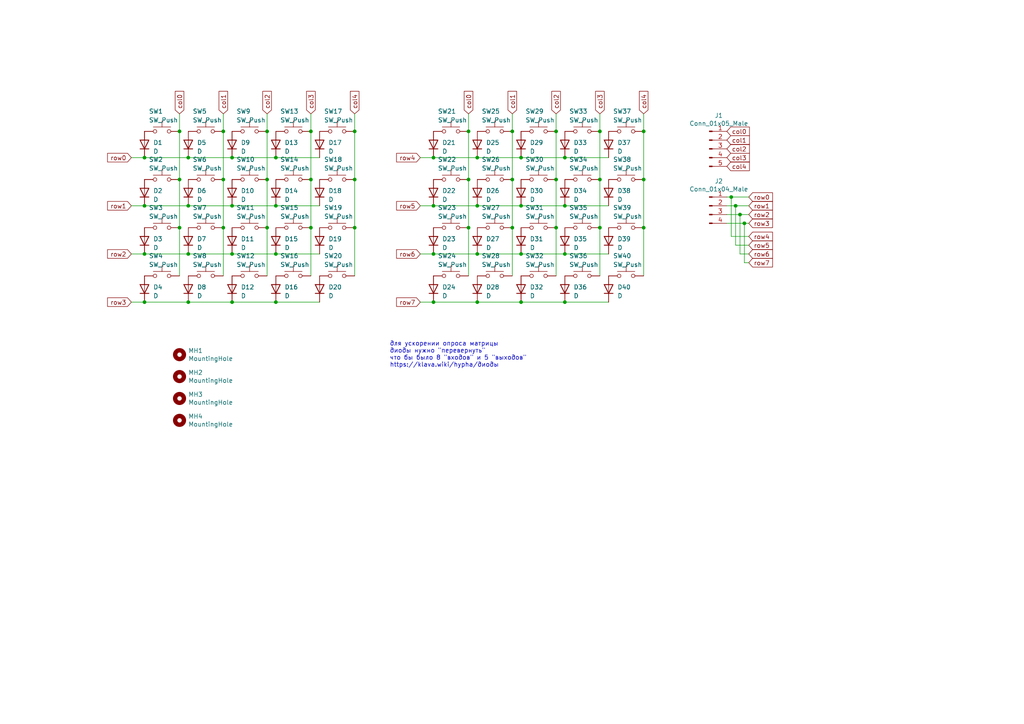
<source format=kicad_sch>
(kicad_sch (version 20211123) (generator eeschema)
  (paper "A4")
  (lib_symbols
    (symbol "Connector:Conn_01x04_Male" (pin_names (offset 1.016) hide)
      (property "Reference" "J" (at 0 5.08 0))
      (property "Value" "Conn_01x04_Male" (at 0 -7.62 0))
      (symbol "Conn_01x04_Male_1_1"
        (polyline (pts (xy 1.27 -5.08) (xy 0.8636 -5.08)) (stroke (width 0.1524)))
        (polyline (pts (xy 1.27 -2.54) (xy 0.8636 -2.54)) (stroke (width 0.1524)))
        (polyline (pts (xy 1.27 0) (xy 0.8636 0)) (stroke (width 0.1524)))
        (polyline (pts (xy 1.27 2.54) (xy 0.8636 2.54)) (stroke (width 0.1524)))
        (rectangle (start 0.8636 -4.953) (end 0 -5.207) (stroke (width 0.1524)) (fill (type outline)))
        (rectangle (start 0.8636 -2.413) (end 0 -2.667) (stroke (width 0.1524)) (fill (type outline)))
        (rectangle (start 0.8636 0.127) (end 0 -0.127) (stroke (width 0.1524)) (fill (type outline)))
        (rectangle (start 0.8636 2.667) (end 0 2.413) (stroke (width 0.1524)) (fill (type outline)))
        (pin passive line (at 5.08 2.54 180) (length 3.81) (name "Pin_1") (number "1"))
        (pin passive line (at 5.08 0 180) (length 3.81) (name "Pin_2") (number "2"))
        (pin passive line (at 5.08 -2.54 180) (length 3.81) (name "Pin_3") (number "3"))
        (pin passive line (at 5.08 -5.08 180) (length 3.81) (name "Pin_4") (number "4"))
      )
    )
    (symbol "Connector:Conn_01x05_Male" (pin_names (offset 1.016) hide)
      (property "Reference" "J" (at 0 7.62 0))
      (property "Value" "Conn_01x05_Male" (at 0 -7.62 0))
      (symbol "Conn_01x05_Male_1_1"
        (polyline (pts (xy 1.27 -5.08) (xy 0.8636 -5.08)) (stroke (width 0.1524)))
        (polyline (pts (xy 1.27 -2.54) (xy 0.8636 -2.54)) (stroke (width 0.1524)))
        (polyline (pts (xy 1.27 0) (xy 0.8636 0)) (stroke (width 0.1524)))
        (polyline (pts (xy 1.27 2.54) (xy 0.8636 2.54)) (stroke (width 0.1524)))
        (polyline (pts (xy 1.27 5.08) (xy 0.8636 5.08)) (stroke (width 0.1524)))
        (rectangle (start 0.8636 -4.953) (end 0 -5.207) (stroke (width 0.1524)) (fill (type outline)))
        (rectangle (start 0.8636 -2.413) (end 0 -2.667) (stroke (width 0.1524)) (fill (type outline)))
        (rectangle (start 0.8636 0.127) (end 0 -0.127) (stroke (width 0.1524)) (fill (type outline)))
        (rectangle (start 0.8636 2.667) (end 0 2.413) (stroke (width 0.1524)) (fill (type outline)))
        (rectangle (start 0.8636 5.207) (end 0 4.953) (stroke (width 0.1524)) (fill (type outline)))
        (pin passive line (at 5.08 5.08 180) (length 3.81) (name "Pin_1") (number "1"))
        (pin passive line (at 5.08 2.54 180) (length 3.81) (name "Pin_2") (number "2"))
        (pin passive line (at 5.08 0 180) (length 3.81) (name "Pin_3") (number "3"))
        (pin passive line (at 5.08 -2.54 180) (length 3.81) (name "Pin_4") (number "4"))
        (pin passive line (at 5.08 -5.08 180) (length 3.81) (name "Pin_5") (number "5"))
      )
    )
    (symbol "Device:D" (pin_numbers hide) (pin_names (offset 1.016) hide)
      (property "Reference" "D" (at 0 2.54 0))
      (property "Value" "D" (at 0 -2.54 0))
      (symbol "D_0_1"
        (polyline (pts (xy -1.27 1.27) (xy -1.27 -1.27)) (stroke (width 0.254)))
        (polyline (pts (xy 1.27 0) (xy -1.27 0)))
        (polyline (pts (xy 1.27 1.27) (xy 1.27 -1.27) (xy -1.27 0) (xy 1.27 1.27)) (stroke (width 0.254)))
      )
      (symbol "D_1_1"
        (pin passive line (at -3.81 0 0) (length 2.54) (name "K") (number "1"))
        (pin passive line (at 3.81 0 180) (length 2.54) (name "A") (number "2"))
      )
    )
    (symbol "Mechanical:MountingHole" (pin_names (offset 1.016))
      (property "Reference" "H" (at 0 5.08 0))
      (property "Value" "MountingHole" (at 0 3.175 0))
      (symbol "MountingHole_0_1"
        (circle (center 0 0) (radius 1.27) (stroke (width 1.27)))
      )
    )
    (symbol "Switch:SW_Push" (pin_numbers hide) (pin_names (offset 1.016) hide)
      (property "Reference" "SW" (at 1.27 2.54 0))
      (property "Value" "SW_Push" (at 0 -1.524 0))
      (symbol "SW_Push_0_1"
        (circle (center -2.032 0) (radius 0.508))
        (polyline (pts (xy 0 1.27) (xy 0 3.048)))
        (polyline (pts (xy 2.54 1.27) (xy -2.54 1.27)))
        (circle (center 2.032 0) (radius 0.508))
        (pin passive line (at -5.08 0 0) (length 2.54) (name "1") (number "1"))
        (pin passive line (at 5.08 0 180) (length 2.54) (name "2") (number "2"))
      )
    )
  )
  (junction (at 151.13 73.66))
  (junction (at 161.29 38.1))
  (junction (at 138.43 87.63))
  (junction (at 102.87 38.1))
  (junction (at 135.89 38.1))
  (junction (at 64.77 66.04))
  (junction (at 138.43 45.72))
  (junction (at 213.36 59.69))
  (junction (at 125.73 59.69))
  (junction (at 151.13 59.69))
  (junction (at 125.73 87.63))
  (junction (at 54.61 59.69))
  (junction (at 125.73 73.66))
  (junction (at 90.17 52.07))
  (junction (at 67.31 73.66))
  (junction (at 52.07 52.07))
  (junction (at 41.91 59.69))
  (junction (at 67.31 87.63))
  (junction (at 64.77 38.1))
  (junction (at 80.01 87.63))
  (junction (at 77.47 38.1))
  (junction (at 80.01 45.72))
  (junction (at 41.91 87.63))
  (junction (at 138.43 59.69))
  (junction (at 173.99 66.04))
  (junction (at 161.29 66.04))
  (junction (at 54.61 87.63))
  (junction (at 77.47 52.07))
  (junction (at 173.99 52.07))
  (junction (at 54.61 45.72))
  (junction (at 135.89 66.04))
  (junction (at 77.47 66.04))
  (junction (at 67.31 45.72))
  (junction (at 151.13 87.63))
  (junction (at 52.07 66.04))
  (junction (at 186.69 52.07))
  (junction (at 151.13 45.72))
  (junction (at 186.69 66.04))
  (junction (at 64.77 52.07))
  (junction (at 41.91 73.66))
  (junction (at 102.87 66.04))
  (junction (at 161.29 52.07))
  (junction (at 148.59 66.04))
  (junction (at 90.17 38.1))
  (junction (at 163.83 59.69))
  (junction (at 215.9 64.77))
  (junction (at 148.59 38.1))
  (junction (at 54.61 73.66))
  (junction (at 163.83 73.66))
  (junction (at 80.01 73.66))
  (junction (at 52.07 38.1))
  (junction (at 80.01 59.69))
  (junction (at 186.69 38.1))
  (junction (at 214.63 62.23))
  (junction (at 163.83 87.63))
  (junction (at 102.87 52.07))
  (junction (at 41.91 45.72))
  (junction (at 148.59 52.07))
  (junction (at 135.89 52.07))
  (junction (at 125.73 45.72))
  (junction (at 212.09 57.15))
  (junction (at 90.17 66.04))
  (junction (at 173.99 38.1))
  (junction (at 67.31 59.69))
  (junction (at 163.83 45.72))
  (junction (at 138.43 73.66))
  (wire (pts (xy 67.31 59.69) (xy 80.01 59.69)))
  (wire (pts (xy 173.99 80.01) (xy 173.99 66.04)))
  (wire (pts (xy 215.9 64.77) (xy 215.9 76.2)))
  (wire (pts (xy 210.82 64.77) (xy 215.9 64.77)))
  (wire (pts (xy 41.91 87.63) (xy 54.61 87.63)))
  (wire (pts (xy 102.87 80.01) (xy 102.87 66.04)))
  (wire (pts (xy 214.63 73.66) (xy 217.17 73.66)))
  (wire (pts (xy 38.1 45.72) (xy 41.91 45.72)))
  (wire (pts (xy 80.01 45.72) (xy 92.71 45.72)))
  (wire (pts (xy 125.73 59.69) (xy 138.43 59.69)))
  (wire (pts (xy 102.87 33.02) (xy 102.87 38.1)))
  (wire (pts (xy 138.43 87.63) (xy 151.13 87.63)))
  (wire (pts (xy 135.89 38.1) (xy 135.89 52.07)))
  (wire (pts (xy 138.43 45.72) (xy 151.13 45.72)))
  (wire (pts (xy 77.47 38.1) (xy 77.47 33.02)))
  (wire (pts (xy 64.77 38.1) (xy 64.77 52.07)))
  (wire (pts (xy 67.31 87.63) (xy 80.01 87.63)))
  (wire (pts (xy 215.9 76.2) (xy 217.17 76.2)))
  (wire (pts (xy 80.01 87.63) (xy 92.71 87.63)))
  (wire (pts (xy 161.29 38.1) (xy 161.29 52.07)))
  (wire (pts (xy 210.82 59.69) (xy 213.36 59.69)))
  (wire (pts (xy 90.17 80.01) (xy 90.17 66.04)))
  (wire (pts (xy 54.61 45.72) (xy 67.31 45.72)))
  (wire (pts (xy 173.99 38.1) (xy 173.99 52.07)))
  (wire (pts (xy 151.13 45.72) (xy 163.83 45.72)))
  (wire (pts (xy 121.92 87.63) (xy 125.73 87.63)))
  (wire (pts (xy 186.69 80.01) (xy 186.69 66.04)))
  (wire (pts (xy 102.87 66.04) (xy 102.87 52.07)))
  (wire (pts (xy 125.73 87.63) (xy 138.43 87.63)))
  (wire (pts (xy 214.63 62.23) (xy 214.63 73.66)))
  (wire (pts (xy 215.9 64.77) (xy 217.17 64.77)))
  (wire (pts (xy 90.17 38.1) (xy 90.17 52.07)))
  (wire (pts (xy 67.31 45.72) (xy 80.01 45.72)))
  (wire (pts (xy 135.89 33.02) (xy 135.89 38.1)))
  (wire (pts (xy 67.31 73.66) (xy 80.01 73.66)))
  (wire (pts (xy 54.61 73.66) (xy 67.31 73.66)))
  (wire (pts (xy 52.07 52.07) (xy 52.07 66.04)))
  (wire (pts (xy 121.92 45.72) (xy 125.73 45.72)))
  (wire (pts (xy 41.91 45.72) (xy 54.61 45.72)))
  (wire (pts (xy 77.47 66.04) (xy 77.47 52.07)))
  (wire (pts (xy 138.43 59.69) (xy 151.13 59.69)))
  (wire (pts (xy 77.47 80.01) (xy 77.47 66.04)))
  (wire (pts (xy 148.59 52.07) (xy 148.59 66.04)))
  (wire (pts (xy 163.83 59.69) (xy 176.53 59.69)))
  (wire (pts (xy 173.99 52.07) (xy 173.99 66.04)))
  (wire (pts (xy 213.36 71.12) (xy 217.17 71.12)))
  (wire (pts (xy 213.36 59.69) (xy 217.17 59.69)))
  (wire (pts (xy 125.73 73.66) (xy 138.43 73.66)))
  (wire (pts (xy 52.07 33.02) (xy 52.07 38.1)))
  (wire (pts (xy 121.92 73.66) (xy 125.73 73.66)))
  (wire (pts (xy 121.92 59.69) (xy 125.73 59.69)))
  (wire (pts (xy 80.01 73.66) (xy 92.71 73.66)))
  (wire (pts (xy 210.82 62.23) (xy 214.63 62.23)))
  (wire (pts (xy 77.47 38.1) (xy 77.47 52.07)))
  (wire (pts (xy 64.77 66.04) (xy 64.77 80.01)))
  (wire (pts (xy 90.17 33.02) (xy 90.17 38.1)))
  (wire (pts (xy 148.59 38.1) (xy 148.59 52.07)))
  (wire (pts (xy 135.89 52.07) (xy 135.89 66.04)))
  (wire (pts (xy 80.01 59.69) (xy 92.71 59.69)))
  (wire (pts (xy 212.09 57.15) (xy 217.17 57.15)))
  (wire (pts (xy 90.17 52.07) (xy 90.17 66.04)))
  (wire (pts (xy 41.91 73.66) (xy 54.61 73.66)))
  (wire (pts (xy 38.1 59.69) (xy 41.91 59.69)))
  (wire (pts (xy 161.29 38.1) (xy 161.29 33.02)))
  (wire (pts (xy 212.09 68.58) (xy 217.17 68.58)))
  (wire (pts (xy 52.07 66.04) (xy 52.07 80.01)))
  (wire (pts (xy 212.09 57.15) (xy 212.09 68.58)))
  (wire (pts (xy 161.29 66.04) (xy 161.29 52.07)))
  (wire (pts (xy 151.13 73.66) (xy 163.83 73.66)))
  (wire (pts (xy 214.63 62.23) (xy 217.17 62.23)))
  (wire (pts (xy 64.77 52.07) (xy 64.77 66.04)))
  (wire (pts (xy 163.83 73.66) (xy 176.53 73.66)))
  (wire (pts (xy 64.77 33.02) (xy 64.77 38.1)))
  (wire (pts (xy 54.61 87.63) (xy 67.31 87.63)))
  (wire (pts (xy 186.69 66.04) (xy 186.69 52.07)))
  (wire (pts (xy 138.43 73.66) (xy 151.13 73.66)))
  (wire (pts (xy 41.91 59.69) (xy 54.61 59.69)))
  (wire (pts (xy 173.99 33.02) (xy 173.99 38.1)))
  (wire (pts (xy 52.07 38.1) (xy 52.07 52.07)))
  (wire (pts (xy 210.82 57.15) (xy 212.09 57.15)))
  (wire (pts (xy 148.59 33.02) (xy 148.59 38.1)))
  (wire (pts (xy 38.1 87.63) (xy 41.91 87.63)))
  (wire (pts (xy 151.13 87.63) (xy 163.83 87.63)))
  (wire (pts (xy 135.89 66.04) (xy 135.89 80.01)))
  (wire (pts (xy 151.13 59.69) (xy 163.83 59.69)))
  (wire (pts (xy 161.29 80.01) (xy 161.29 66.04)))
  (wire (pts (xy 125.73 45.72) (xy 138.43 45.72)))
  (wire (pts (xy 38.1 73.66) (xy 41.91 73.66)))
  (wire (pts (xy 163.83 87.63) (xy 176.53 87.63)))
  (wire (pts (xy 186.69 33.02) (xy 186.69 38.1)))
  (wire (pts (xy 163.83 45.72) (xy 176.53 45.72)))
  (wire (pts (xy 54.61 59.69) (xy 67.31 59.69)))
  (wire (pts (xy 186.69 52.07) (xy 186.69 38.1)))
  (wire (pts (xy 148.59 66.04) (xy 148.59 80.01)))
  (wire (pts (xy 213.36 59.69) (xy 213.36 71.12)))
  (wire (pts (xy 102.87 52.07) (xy 102.87 38.1)))
  (text "для ускорении опроса матрицы\nдиоды нужно \"перевернуть\"\nчто бы было 8 \"входов\" и 5 \"выходов\"\nhttps://klava.wiki/hypha/диоды " (at 113.03 106.68 0) (effects (font (size 1.27 1.27)) (justify left bottom)))
  (global_label "row4" (shape input) (at 217.17 68.58 0) (property "Обозначения листов" "${INTERSHEET_REFS}" (effects hide)))
  (global_label "col2" (shape input) (at 161.29 33.02 90) (property "Обозначения листов" "${INTERSHEET_REFS}" (effects hide)))
  (global_label "col3" (shape input) (at 210.82 45.72 0) (property "Обозначения листов" "${INTERSHEET_REFS}" (effects hide)))
  (global_label "row4" (shape input) (at 121.92 45.72 180) (property "Обозначения листов" "${INTERSHEET_REFS}" (effects hide)))
  (global_label "col2" (shape input) (at 77.47 33.02 90) (property "Обозначения листов" "${INTERSHEET_REFS}" (effects hide)))
  (global_label "row3" (shape input) (at 217.17 64.77 0) (property "Обозначения листов" "${INTERSHEET_REFS}" (effects hide)))
  (global_label "col1" (shape input) (at 210.82 40.64 0) (property "Обозначения листов" "${INTERSHEET_REFS}" (effects hide)))
  (global_label "row5" (shape input) (at 217.17 71.12 0) (property "Обозначения листов" "${INTERSHEET_REFS}" (effects hide)))
  (global_label "col3" (shape input) (at 173.99 33.02 90) (property "Обозначения листов" "${INTERSHEET_REFS}" (effects hide)))
  (global_label "col0" (shape input) (at 135.89 33.02 90) (property "Обозначения листов" "${INTERSHEET_REFS}" (effects hide)))
  (global_label "col1" (shape input) (at 148.59 33.02 90) (property "Обозначения листов" "${INTERSHEET_REFS}" (effects hide)))
  (global_label "row0" (shape input) (at 217.17 57.15 0) (property "Обозначения листов" "${INTERSHEET_REFS}" (effects hide)))
  (global_label "col2" (shape input) (at 210.82 43.18 0) (property "Обозначения листов" "${INTERSHEET_REFS}" (effects hide)))
  (global_label "row2" (shape input) (at 38.1 73.66 180) (property "Обозначения листов" "${INTERSHEET_REFS}" (effects hide)))
  (global_label "row0" (shape input) (at 38.1 45.72 180) (property "Обозначения листов" "${INTERSHEET_REFS}" (effects hide)))
  (global_label "col1" (shape input) (at 64.77 33.02 90) (property "Обозначения листов" "${INTERSHEET_REFS}" (effects hide)))
  (global_label "row5" (shape input) (at 121.92 59.69 180) (property "Обозначения листов" "${INTERSHEET_REFS}" (effects hide)))
  (global_label "row1" (shape input) (at 38.1 59.69 180) (property "Обозначения листов" "${INTERSHEET_REFS}" (effects hide)))
  (global_label "col4" (shape input) (at 186.69 33.02 90) (property "Обозначения листов" "${INTERSHEET_REFS}" (effects hide)))
  (global_label "row2" (shape input) (at 217.17 62.23 0) (property "Обозначения листов" "${INTERSHEET_REFS}" (effects hide)))
  (global_label "col4" (shape input) (at 102.87 33.02 90) (property "Обозначения листов" "${INTERSHEET_REFS}" (effects hide)))
  (global_label "col4" (shape input) (at 210.82 48.26 0) (property "Обозначения листов" "${INTERSHEET_REFS}" (effects hide)))
  (global_label "row7" (shape input) (at 121.92 87.63 180) (property "Обозначения листов" "${INTERSHEET_REFS}" (effects hide)))
  (global_label "col0" (shape input) (at 210.82 38.1 0) (property "Обозначения листов" "${INTERSHEET_REFS}" (effects hide)))
  (global_label "row3" (shape input) (at 38.1 87.63 180) (property "Обозначения листов" "${INTERSHEET_REFS}" (effects hide)))
  (global_label "col3" (shape input) (at 90.17 33.02 90) (property "Обозначения листов" "${INTERSHEET_REFS}" (effects hide)))
  (global_label "row1" (shape input) (at 217.17 59.69 0) (property "Обозначения листов" "${INTERSHEET_REFS}" (effects hide)))
  (global_label "row6" (shape input) (at 121.92 73.66 180) (property "Обозначения листов" "${INTERSHEET_REFS}" (effects hide)))
  (global_label "row7" (shape input) (at 217.17 76.2 0) (property "Обозначения листов" "${INTERSHEET_REFS}" (effects hide)))
  (global_label "col0" (shape input) (at 52.07 33.02 90) (property "Обозначения листов" "${INTERSHEET_REFS}" (effects hide)))
  (global_label "row6" (shape input) (at 217.17 73.66 0) (property "Обозначения листов" "${INTERSHEET_REFS}" (effects hide)))
  (symbol (lib_id "Switch:SW_Push") (at 46.99 38.1 0) (unit 1)
    (property "Reference" "SW1" (at 43.18 33.02 0) (effects (justify left bottom)))
    (property "Value" "SW_Push" (at 43.18 35.56 0) (effects (justify left bottom)))
    (property "Footprint" "keyswitches:Kailh_socket_MX" (effects hide))
  )
  (symbol (lib_id "Device:D") (at 41.91 41.91 90) (unit 1)
    (property "Reference" "D1" (at 44.45 40.64 90) (effects (justify right bottom)))
    (property "Value" "D" (at 44.45 43.18 90) (effects (justify right bottom)))
    (property "Footprint" "Diode_SMD:D_SOD-123" (effects hide))
  )
  (symbol (lib_id "Switch:SW_Push") (at 59.69 38.1 0) (unit 1)
    (property "Reference" "SW5" (at 55.88 33.02 0) (effects (justify left bottom)))
    (property "Value" "SW_Push" (at 55.88 35.56 0) (effects (justify left bottom)))
    (property "Footprint" "keyswitches:Kailh_socket_MX" (effects hide))
  )
  (symbol (lib_id "Device:D") (at 54.61 41.91 90) (unit 1)
    (property "Reference" "D5" (at 57.15 40.64 90) (effects (justify right bottom)))
    (property "Value" "D" (at 57.15 43.18 90) (effects (justify right bottom)))
    (property "Footprint" "Diode_SMD:D_SOD-123" (effects hide))
  )
  (symbol (lib_id "Switch:SW_Push") (at 46.99 52.07 0) (unit 1)
    (property "Reference" "SW2" (at 43.18 46.99 0) (effects (justify left bottom)))
    (property "Value" "SW_Push" (at 43.18 49.53 0) (effects (justify left bottom)))
    (property "Footprint" "keyswitches:Kailh_socket_MX" (effects hide))
  )
  (symbol (lib_id "Device:D") (at 41.91 55.88 90) (unit 1)
    (property "Reference" "D2" (at 44.45 54.61 90) (effects (justify right bottom)))
    (property "Value" "D" (at 44.45 57.15 90) (effects (justify right bottom)))
    (property "Footprint" "Diode_SMD:D_SOD-123" (effects hide))
  )
  (symbol (lib_id "Switch:SW_Push") (at 59.69 52.07 0) (unit 1)
    (property "Reference" "SW6" (at 55.88 46.99 0) (effects (justify left bottom)))
    (property "Value" "SW_Push" (at 55.88 49.53 0) (effects (justify left bottom)))
    (property "Footprint" "keyswitches:Kailh_socket_MX" (effects hide))
  )
  (symbol (lib_id "Device:D") (at 54.61 55.88 90) (unit 1)
    (property "Reference" "D6" (at 57.15 54.61 90) (effects (justify right bottom)))
    (property "Value" "D" (at 57.15 57.15 90) (effects (justify right bottom)))
    (property "Footprint" "Diode_SMD:D_SOD-123" (effects hide))
  )
  (symbol (lib_id "Switch:SW_Push") (at 72.39 38.1 0) (unit 1)
    (property "Reference" "SW9" (at 68.58 33.02 0) (effects (justify left bottom)))
    (property "Value" "SW_Push" (at 68.58 35.56 0) (effects (justify left bottom)))
    (property "Footprint" "keyswitches:Kailh_socket_MX" (effects hide))
  )
  (symbol (lib_id "Device:D") (at 67.31 41.91 90) (unit 1)
    (property "Reference" "D9" (at 69.85 40.64 90) (effects (justify right bottom)))
    (property "Value" "D" (at 69.85 43.18 90) (effects (justify right bottom)))
    (property "Footprint" "Diode_SMD:D_SOD-123" (effects hide))
  )
  (symbol (lib_id "Switch:SW_Push") (at 85.09 38.1 0) (unit 1)
    (property "Reference" "SW13" (at 81.28 33.02 0) (effects (justify left bottom)))
    (property "Value" "SW_Push" (at 81.28 35.56 0) (effects (justify left bottom)))
    (property "Footprint" "keyswitches:Kailh_socket_MX" (effects hide))
  )
  (symbol (lib_id "Device:D") (at 80.01 41.91 90) (unit 1)
    (property "Reference" "D13" (at 82.55 40.64 90) (effects (justify right bottom)))
    (property "Value" "D" (at 82.55 43.18 90) (effects (justify right bottom)))
    (property "Footprint" "Diode_SMD:D_SOD-123" (effects hide))
  )
  (symbol (lib_id "Switch:SW_Push") (at 72.39 52.07 0) (unit 1)
    (property "Reference" "SW10" (at 68.58 46.99 0) (effects (justify left bottom)))
    (property "Value" "SW_Push" (at 68.58 49.53 0) (effects (justify left bottom)))
    (property "Footprint" "keyswitches:Kailh_socket_MX" (effects hide))
  )
  (symbol (lib_id "Device:D") (at 67.31 55.88 90) (unit 1)
    (property "Reference" "D10" (at 69.85 54.61 90) (effects (justify right bottom)))
    (property "Value" "D" (at 69.85 57.15 90) (effects (justify right bottom)))
    (property "Footprint" "Diode_SMD:D_SOD-123" (effects hide))
  )
  (symbol (lib_id "Switch:SW_Push") (at 85.09 52.07 0) (unit 1)
    (property "Reference" "SW14" (at 81.28 46.99 0) (effects (justify left bottom)))
    (property "Value" "SW_Push" (at 81.28 49.53 0) (effects (justify left bottom)))
    (property "Footprint" "keyswitches:Kailh_socket_MX" (effects hide))
  )
  (symbol (lib_id "Device:D") (at 80.01 55.88 90) (unit 1)
    (property "Reference" "D14" (at 82.55 54.61 90) (effects (justify right bottom)))
    (property "Value" "D" (at 82.55 57.15 90) (effects (justify right bottom)))
    (property "Footprint" "Diode_SMD:D_SOD-123" (effects hide))
  )
  (symbol (lib_id "Switch:SW_Push") (at 97.79 38.1 0) (unit 1)
    (property "Reference" "SW17" (at 93.98 33.02 0) (effects (justify left bottom)))
    (property "Value" "SW_Push" (at 93.98 35.56 0) (effects (justify left bottom)))
    (property "Footprint" "keyswitches:Kailh_socket_MX" (effects hide))
  )
  (symbol (lib_id "Device:D") (at 92.71 41.91 90) (unit 1)
    (property "Reference" "D17" (at 95.25 40.64 90) (effects (justify right bottom)))
    (property "Value" "D" (at 95.25 43.18 90) (effects (justify right bottom)))
    (property "Footprint" "Diode_SMD:D_SOD-123" (effects hide))
  )
  (symbol (lib_id "Switch:SW_Push") (at 97.79 52.07 0) (unit 1)
    (property "Reference" "SW18" (at 93.98 46.99 0) (effects (justify left bottom)))
    (property "Value" "SW_Push" (at 93.98 49.53 0) (effects (justify left bottom)))
    (property "Footprint" "keyswitches:Kailh_socket_MX" (effects hide))
  )
  (symbol (lib_id "Device:D") (at 92.71 55.88 90) (unit 1)
    (property "Reference" "D18" (at 95.25 54.61 90) (effects (justify right bottom)))
    (property "Value" "D" (at 95.25 57.15 90) (effects (justify right bottom)))
    (property "Footprint" "Diode_SMD:D_SOD-123" (effects hide))
  )
  (symbol (lib_id "Switch:SW_Push") (at 46.99 66.04 0) (unit 1)
    (property "Reference" "SW3" (at 43.18 60.96 0) (effects (justify left bottom)))
    (property "Value" "SW_Push" (at 43.18 63.5 0) (effects (justify left bottom)))
    (property "Footprint" "keyswitches:Kailh_socket_MX" (effects hide))
  )
  (symbol (lib_id "Device:D") (at 41.91 69.85 90) (unit 1)
    (property "Reference" "D3" (at 44.45 68.58 90) (effects (justify right bottom)))
    (property "Value" "D" (at 44.45 71.12 90) (effects (justify right bottom)))
    (property "Footprint" "Diode_SMD:D_SOD-123" (effects hide))
  )
  (symbol (lib_id "Switch:SW_Push") (at 59.69 66.04 0) (unit 1)
    (property "Reference" "SW7" (at 55.88 60.96 0) (effects (justify left bottom)))
    (property "Value" "SW_Push" (at 55.88 63.5 0) (effects (justify left bottom)))
    (property "Footprint" "keyswitches:Kailh_socket_MX" (effects hide))
  )
  (symbol (lib_id "Device:D") (at 54.61 69.85 90) (unit 1)
    (property "Reference" "D7" (at 57.15 68.58 90) (effects (justify right bottom)))
    (property "Value" "D" (at 57.15 71.12 90) (effects (justify right bottom)))
    (property "Footprint" "Diode_SMD:D_SOD-123" (effects hide))
  )
  (symbol (lib_id "Switch:SW_Push") (at 46.99 80.01 0) (unit 1)
    (property "Reference" "SW4" (at 43.18 74.93 0) (effects (justify left bottom)))
    (property "Value" "SW_Push" (at 43.18 77.47 0) (effects (justify left bottom)))
    (property "Footprint" "keyswitches:Kailh_socket_MX" (effects hide))
  )
  (symbol (lib_id "Device:D") (at 41.91 83.82 90) (unit 1)
    (property "Reference" "D4" (at 44.45 82.55 90) (effects (justify right bottom)))
    (property "Value" "D" (at 44.45 85.09 90) (effects (justify right bottom)))
    (property "Footprint" "Diode_SMD:D_SOD-123" (effects hide))
  )
  (symbol (lib_id "Switch:SW_Push") (at 59.69 80.01 0) (unit 1)
    (property "Reference" "SW8" (at 55.88 74.93 0) (effects (justify left bottom)))
    (property "Value" "SW_Push" (at 55.88 77.47 0) (effects (justify left bottom)))
    (property "Footprint" "keyswitches:Kailh_socket_MX" (effects hide))
  )
  (symbol (lib_id "Device:D") (at 54.61 83.82 90) (unit 1)
    (property "Reference" "D8" (at 57.15 82.55 90) (effects (justify right bottom)))
    (property "Value" "D" (at 57.15 85.09 90) (effects (justify right bottom)))
    (property "Footprint" "Diode_SMD:D_SOD-123" (effects hide))
  )
  (symbol (lib_id "Switch:SW_Push") (at 72.39 66.04 0) (unit 1)
    (property "Reference" "SW11" (at 68.58 60.96 0) (effects (justify left bottom)))
    (property "Value" "SW_Push" (at 68.58 63.5 0) (effects (justify left bottom)))
    (property "Footprint" "keyswitches:Kailh_socket_MX" (effects hide))
  )
  (symbol (lib_id "Device:D") (at 67.31 69.85 90) (unit 1)
    (property "Reference" "D11" (at 69.85 68.58 90) (effects (justify right bottom)))
    (property "Value" "D" (at 69.85 71.12 90) (effects (justify right bottom)))
    (property "Footprint" "Diode_SMD:D_SOD-123" (effects hide))
  )
  (symbol (lib_id "Switch:SW_Push") (at 85.09 66.04 0) (unit 1)
    (property "Reference" "SW15" (at 81.28 60.96 0) (effects (justify left bottom)))
    (property "Value" "SW_Push" (at 81.28 63.5 0) (effects (justify left bottom)))
    (property "Footprint" "keyswitches:Kailh_socket_MX" (effects hide))
  )
  (symbol (lib_id "Device:D") (at 80.01 69.85 90) (unit 1)
    (property "Reference" "D15" (at 82.55 68.58 90) (effects (justify right bottom)))
    (property "Value" "D" (at 82.55 71.12 90) (effects (justify right bottom)))
    (property "Footprint" "Diode_SMD:D_SOD-123" (effects hide))
  )
  (symbol (lib_id "Switch:SW_Push") (at 72.39 80.01 0) (unit 1)
    (property "Reference" "SW12" (at 68.58 74.93 0) (effects (justify left bottom)))
    (property "Value" "SW_Push" (at 68.58 77.47 0) (effects (justify left bottom)))
    (property "Footprint" "keyswitches:Kailh_socket_MX" (effects hide))
  )
  (symbol (lib_id "Device:D") (at 67.31 83.82 90) (unit 1)
    (property "Reference" "D12" (at 69.85 82.55 90) (effects (justify right bottom)))
    (property "Value" "D" (at 69.85 85.09 90) (effects (justify right bottom)))
    (property "Footprint" "Diode_SMD:D_SOD-123" (effects hide))
  )
  (symbol (lib_id "Switch:SW_Push") (at 85.09 80.01 0) (unit 1)
    (property "Reference" "SW16" (at 81.28 74.93 0) (effects (justify left bottom)))
    (property "Value" "SW_Push" (at 81.28 77.47 0) (effects (justify left bottom)))
    (property "Footprint" "keyswitches:Kailh_socket_MX" (effects hide))
  )
  (symbol (lib_id "Device:D") (at 80.01 83.82 90) (unit 1)
    (property "Reference" "D16" (at 82.55 82.55 90) (effects (justify right bottom)))
    (property "Value" "D" (at 82.55 85.09 90) (effects (justify right bottom)))
    (property "Footprint" "Diode_SMD:D_SOD-123" (effects hide))
  )
  (symbol (lib_id "Switch:SW_Push") (at 97.79 66.04 0) (unit 1)
    (property "Reference" "SW19" (at 93.98 60.96 0) (effects (justify left bottom)))
    (property "Value" "SW_Push" (at 93.98 63.5 0) (effects (justify left bottom)))
    (property "Footprint" "keyswitches:Kailh_socket_MX" (effects hide))
  )
  (symbol (lib_id "Device:D") (at 92.71 69.85 90) (unit 1)
    (property "Reference" "D19" (at 95.25 68.58 90) (effects (justify right bottom)))
    (property "Value" "D" (at 95.25 71.12 90) (effects (justify right bottom)))
    (property "Footprint" "Diode_SMD:D_SOD-123" (effects hide))
  )
  (symbol (lib_id "Switch:SW_Push") (at 97.79 80.01 0) (unit 1)
    (property "Reference" "SW20" (at 93.98 74.93 0) (effects (justify left bottom)))
    (property "Value" "SW_Push" (at 93.98 77.47 0) (effects (justify left bottom)))
    (property "Footprint" "keyswitches:Kailh_socket_MX" (effects hide))
  )
  (symbol (lib_id "Device:D") (at 92.71 83.82 90) (unit 1)
    (property "Reference" "D20" (at 95.25 82.55 90) (effects (justify right bottom)))
    (property "Value" "D" (at 95.25 85.09 90) (effects (justify right bottom)))
    (property "Footprint" "Diode_SMD:D_SOD-123" (effects hide))
  )
  (symbol (lib_id "Switch:SW_Push") (at 130.81 38.1 0) (unit 1)
    (property "Reference" "SW21" (at 127 33.02 0) (effects (justify left bottom)))
    (property "Value" "SW_Push" (at 127 35.56 0) (effects (justify left bottom)))
    (property "Footprint" "keyswitches:Kailh_socket_MX" (effects hide))
  )
  (symbol (lib_id "Device:D") (at 125.73 41.91 90) (unit 1)
    (property "Reference" "D21" (at 128.27 40.64 90) (effects (justify right bottom)))
    (property "Value" "D" (at 128.27 43.18 90) (effects (justify right bottom)))
    (property "Footprint" "Diode_SMD:D_SOD-123" (effects hide))
  )
  (symbol (lib_id "Switch:SW_Push") (at 143.51 38.1 0) (unit 1)
    (property "Reference" "SW25" (at 139.7 33.02 0) (effects (justify left bottom)))
    (property "Value" "SW_Push" (at 139.7 35.56 0) (effects (justify left bottom)))
    (property "Footprint" "keyswitches:Kailh_socket_MX" (effects hide))
  )
  (symbol (lib_id "Device:D") (at 138.43 41.91 90) (unit 1)
    (property "Reference" "D25" (at 140.97 40.64 90) (effects (justify right bottom)))
    (property "Value" "D" (at 140.97 43.18 90) (effects (justify right bottom)))
    (property "Footprint" "Diode_SMD:D_SOD-123" (effects hide))
  )
  (symbol (lib_id "Switch:SW_Push") (at 130.81 52.07 0) (unit 1)
    (property "Reference" "SW22" (at 127 46.99 0) (effects (justify left bottom)))
    (property "Value" "SW_Push" (at 127 49.53 0) (effects (justify left bottom)))
    (property "Footprint" "keyswitches:Kailh_socket_MX" (effects hide))
  )
  (symbol (lib_id "Device:D") (at 125.73 55.88 90) (unit 1)
    (property "Reference" "D22" (at 128.27 54.61 90) (effects (justify right bottom)))
    (property "Value" "D" (at 128.27 57.15 90) (effects (justify right bottom)))
    (property "Footprint" "Diode_SMD:D_SOD-123" (effects hide))
  )
  (symbol (lib_id "Switch:SW_Push") (at 143.51 52.07 0) (unit 1)
    (property "Reference" "SW26" (at 139.7 46.99 0) (effects (justify left bottom)))
    (property "Value" "SW_Push" (at 139.7 49.53 0) (effects (justify left bottom)))
    (property "Footprint" "keyswitches:Kailh_socket_MX" (effects hide))
  )
  (symbol (lib_id "Device:D") (at 138.43 55.88 90) (unit 1)
    (property "Reference" "D26" (at 140.97 54.61 90) (effects (justify right bottom)))
    (property "Value" "D" (at 140.97 57.15 90) (effects (justify right bottom)))
    (property "Footprint" "Diode_SMD:D_SOD-123" (effects hide))
  )
  (symbol (lib_id "Switch:SW_Push") (at 156.21 38.1 0) (unit 1)
    (property "Reference" "SW29" (at 152.4 33.02 0) (effects (justify left bottom)))
    (property "Value" "SW_Push" (at 152.4 35.56 0) (effects (justify left bottom)))
    (property "Footprint" "keyswitches:Kailh_socket_MX" (effects hide))
  )
  (symbol (lib_id "Device:D") (at 151.13 41.91 90) (unit 1)
    (property "Reference" "D29" (at 153.67 40.64 90) (effects (justify right bottom)))
    (property "Value" "D" (at 153.67 43.18 90) (effects (justify right bottom)))
    (property "Footprint" "Diode_SMD:D_SOD-123" (effects hide))
  )
  (symbol (lib_id "Switch:SW_Push") (at 168.91 38.1 0) (unit 1)
    (property "Reference" "SW33" (at 165.1 33.02 0) (effects (justify left bottom)))
    (property "Value" "SW_Push" (at 165.1 35.56 0) (effects (justify left bottom)))
    (property "Footprint" "keyswitches:Kailh_socket_MX" (effects hide))
  )
  (symbol (lib_id "Device:D") (at 163.83 41.91 90) (unit 1)
    (property "Reference" "D33" (at 166.37 40.64 90) (effects (justify right bottom)))
    (property "Value" "D" (at 166.37 43.18 90) (effects (justify right bottom)))
    (property "Footprint" "Diode_SMD:D_SOD-123" (effects hide))
  )
  (symbol (lib_id "Switch:SW_Push") (at 156.21 52.07 0) (unit 1)
    (property "Reference" "SW30" (at 152.4 46.99 0) (effects (justify left bottom)))
    (property "Value" "SW_Push" (at 152.4 49.53 0) (effects (justify left bottom)))
    (property "Footprint" "keyswitches:Kailh_socket_MX" (effects hide))
  )
  (symbol (lib_id "Device:D") (at 151.13 55.88 90) (unit 1)
    (property "Reference" "D30" (at 153.67 54.61 90) (effects (justify right bottom)))
    (property "Value" "D" (at 153.67 57.15 90) (effects (justify right bottom)))
    (property "Footprint" "Diode_SMD:D_SOD-123" (effects hide))
  )
  (symbol (lib_id "Switch:SW_Push") (at 168.91 52.07 0) (unit 1)
    (property "Reference" "SW34" (at 165.1 46.99 0) (effects (justify left bottom)))
    (property "Value" "SW_Push" (at 165.1 49.53 0) (effects (justify left bottom)))
    (property "Footprint" "keyswitches:Kailh_socket_MX" (effects hide))
  )
  (symbol (lib_id "Device:D") (at 163.83 55.88 90) (unit 1)
    (property "Reference" "D34" (at 166.37 54.61 90) (effects (justify right bottom)))
    (property "Value" "D" (at 166.37 57.15 90) (effects (justify right bottom)))
    (property "Footprint" "Diode_SMD:D_SOD-123" (effects hide))
  )
  (symbol (lib_id "Switch:SW_Push") (at 181.61 38.1 0) (unit 1)
    (property "Reference" "SW37" (at 177.8 33.02 0) (effects (justify left bottom)))
    (property "Value" "SW_Push" (at 177.8 35.56 0) (effects (justify left bottom)))
    (property "Footprint" "keyswitches:Kailh_socket_MX" (effects hide))
  )
  (symbol (lib_id "Device:D") (at 176.53 41.91 90) (unit 1)
    (property "Reference" "D37" (at 179.07 40.64 90) (effects (justify right bottom)))
    (property "Value" "D" (at 179.07 43.18 90) (effects (justify right bottom)))
    (property "Footprint" "Diode_SMD:D_SOD-123" (effects hide))
  )
  (symbol (lib_id "Switch:SW_Push") (at 181.61 52.07 0) (unit 1)
    (property "Reference" "SW38" (at 177.8 46.99 0) (effects (justify left bottom)))
    (property "Value" "SW_Push" (at 177.8 49.53 0) (effects (justify left bottom)))
    (property "Footprint" "keyswitches:Kailh_socket_MX" (effects hide))
  )
  (symbol (lib_id "Device:D") (at 176.53 55.88 90) (unit 1)
    (property "Reference" "D38" (at 179.07 54.61 90) (effects (justify right bottom)))
    (property "Value" "D" (at 179.07 57.15 90) (effects (justify right bottom)))
    (property "Footprint" "Diode_SMD:D_SOD-123" (effects hide))
  )
  (symbol (lib_id "Switch:SW_Push") (at 130.81 66.04 0) (unit 1)
    (property "Reference" "SW23" (at 127 60.96 0) (effects (justify left bottom)))
    (property "Value" "SW_Push" (at 127 63.5 0) (effects (justify left bottom)))
    (property "Footprint" "keyswitches:Kailh_socket_MX" (effects hide))
  )
  (symbol (lib_id "Device:D") (at 125.73 69.85 90) (unit 1)
    (property "Reference" "D23" (at 128.27 68.58 90) (effects (justify right bottom)))
    (property "Value" "D" (at 128.27 71.12 90) (effects (justify right bottom)))
    (property "Footprint" "Diode_SMD:D_SOD-123" (effects hide))
  )
  (symbol (lib_id "Switch:SW_Push") (at 143.51 66.04 0) (unit 1)
    (property "Reference" "SW27" (at 139.7 60.96 0) (effects (justify left bottom)))
    (property "Value" "SW_Push" (at 139.7 63.5 0) (effects (justify left bottom)))
    (property "Footprint" "keyswitches:Kailh_socket_MX" (effects hide))
  )
  (symbol (lib_id "Device:D") (at 138.43 69.85 90) (unit 1)
    (property "Reference" "D27" (at 140.97 68.58 90) (effects (justify right bottom)))
    (property "Value" "D" (at 140.97 71.12 90) (effects (justify right bottom)))
    (property "Footprint" "Diode_SMD:D_SOD-123" (effects hide))
  )
  (symbol (lib_id "Switch:SW_Push") (at 130.81 80.01 0) (unit 1)
    (property "Reference" "SW24" (at 127 74.93 0) (effects (justify left bottom)))
    (property "Value" "SW_Push" (at 127 77.47 0) (effects (justify left bottom)))
    (property "Footprint" "keyswitches:Kailh_socket_MX" (effects hide))
  )
  (symbol (lib_id "Device:D") (at 125.73 83.82 90) (unit 1)
    (property "Reference" "D24" (at 128.27 82.55 90) (effects (justify right bottom)))
    (property "Value" "D" (at 128.27 85.09 90) (effects (justify right bottom)))
    (property "Footprint" "Diode_SMD:D_SOD-123" (effects hide))
  )
  (symbol (lib_id "Switch:SW_Push") (at 143.51 80.01 0) (unit 1)
    (property "Reference" "SW28" (at 139.7 74.93 0) (effects (justify left bottom)))
    (property "Value" "SW_Push" (at 139.7 77.47 0) (effects (justify left bottom)))
    (property "Footprint" "keyswitches:Kailh_socket_MX" (effects hide))
  )
  (symbol (lib_id "Device:D") (at 138.43 83.82 90) (unit 1)
    (property "Reference" "D28" (at 140.97 82.55 90) (effects (justify right bottom)))
    (property "Value" "D" (at 140.97 85.09 90) (effects (justify right bottom)))
    (property "Footprint" "Diode_SMD:D_SOD-123" (effects hide))
  )
  (symbol (lib_id "Switch:SW_Push") (at 156.21 66.04 0) (unit 1)
    (property "Reference" "SW31" (at 152.4 60.96 0) (effects (justify left bottom)))
    (property "Value" "SW_Push" (at 152.4 63.5 0) (effects (justify left bottom)))
    (property "Footprint" "keyswitches:Kailh_socket_MX" (effects hide))
  )
  (symbol (lib_id "Device:D") (at 151.13 69.85 90) (unit 1)
    (property "Reference" "D31" (at 153.67 68.58 90) (effects (justify right bottom)))
    (property "Value" "D" (at 153.67 71.12 90) (effects (justify right bottom)))
    (property "Footprint" "Diode_SMD:D_SOD-123" (effects hide))
  )
  (symbol (lib_id "Switch:SW_Push") (at 168.91 66.04 0) (unit 1)
    (property "Reference" "SW35" (at 165.1 60.96 0) (effects (justify left bottom)))
    (property "Value" "SW_Push" (at 165.1 63.5 0) (effects (justify left bottom)))
    (property "Footprint" "keyswitches:Kailh_socket_MX" (effects hide))
  )
  (symbol (lib_id "Device:D") (at 163.83 69.85 90) (unit 1)
    (property "Reference" "D35" (at 166.37 68.58 90) (effects (justify right bottom)))
    (property "Value" "D" (at 166.37 71.12 90) (effects (justify right bottom)))
    (property "Footprint" "Diode_SMD:D_SOD-123" (effects hide))
  )
  (symbol (lib_id "Switch:SW_Push") (at 156.21 80.01 0) (unit 1)
    (property "Reference" "SW32" (at 152.4 74.93 0) (effects (justify left bottom)))
    (property "Value" "SW_Push" (at 152.4 77.47 0) (effects (justify left bottom)))
    (property "Footprint" "keyswitches:Kailh_socket_MX" (effects hide))
  )
  (symbol (lib_id "Device:D") (at 151.13 83.82 90) (unit 1)
    (property "Reference" "D32" (at 153.67 82.55 90) (effects (justify right bottom)))
    (property "Value" "D" (at 153.67 85.09 90) (effects (justify right bottom)))
    (property "Footprint" "Diode_SMD:D_SOD-123" (effects hide))
  )
  (symbol (lib_id "Switch:SW_Push") (at 168.91 80.01 0) (unit 1)
    (property "Reference" "SW36" (at 165.1 74.93 0) (effects (justify left bottom)))
    (property "Value" "SW_Push" (at 165.1 77.47 0) (effects (justify left bottom)))
    (property "Footprint" "keyswitches:Kailh_socket_MX" (effects hide))
  )
  (symbol (lib_id "Device:D") (at 163.83 83.82 90) (unit 1)
    (property "Reference" "D36" (at 166.37 82.55 90) (effects (justify right bottom)))
    (property "Value" "D" (at 166.37 85.09 90) (effects (justify right bottom)))
    (property "Footprint" "Diode_SMD:D_SOD-123" (effects hide))
  )
  (symbol (lib_id "Switch:SW_Push") (at 181.61 66.04 0) (unit 1)
    (property "Reference" "SW39" (at 177.8 60.96 0) (effects (justify left bottom)))
    (property "Value" "SW_Push" (at 177.8 63.5 0) (effects (justify left bottom)))
    (property "Footprint" "keyswitches:Kailh_socket_MX" (effects hide))
  )
  (symbol (lib_id "Device:D") (at 176.53 69.85 90) (unit 1)
    (property "Reference" "D39" (at 179.07 68.58 90) (effects (justify right bottom)))
    (property "Value" "D" (at 179.07 71.12 90) (effects (justify right bottom)))
    (property "Footprint" "Diode_SMD:D_SOD-123" (effects hide))
  )
  (symbol (lib_id "Switch:SW_Push") (at 181.61 80.01 0) (unit 1)
    (property "Reference" "SW40" (at 177.8 74.93 0) (effects (justify left bottom)))
    (property "Value" "SW_Push" (at 177.8 77.47 0) (effects (justify left bottom)))
    (property "Footprint" "keyswitches:Kailh_socket_MX" (effects hide))
  )
  (symbol (lib_id "Device:D") (at 176.53 83.82 90) (unit 1)
    (property "Reference" "D40" (at 179.07 82.55 90) (effects (justify right bottom)))
    (property "Value" "D" (at 179.07 85.09 90) (effects (justify right bottom)))
    (property "Footprint" "Diode_SMD:D_SOD-123" (effects hide))
  )
  (symbol (lib_id "Connector:Conn_01x05_Male") (at 205.74 43.18 0) (unit 1)
    (property "Reference" "J1" (at 208.4832 33.5026 0))
    (property "Value" "Conn_01x05_Male" (at 208.4832 35.814 0))
    (property "Footprint" "Connector_PinHeader_2.54mm:PinHeader_1x05_P2.54mm_Vertical" (effects hide))
  )
  (symbol (lib_id "Connector:Conn_01x04_Male") (at 205.74 59.69 0) (unit 1)
    (property "Reference" "J2" (at 208.4832 52.5526 0))
    (property "Value" "Conn_01x04_Male" (at 208.4832 54.864 0))
    (property "Footprint" "Connector_PinHeader_2.54mm:PinHeader_1x04_P2.54mm_Vertical" (effects hide))
  )
  (symbol (lib_id "Mechanical:MountingHole") (at 52.07 102.87 0) (unit 1)
    (property "Reference" "MH1" (at 54.61 101.7016 0) (effects (justify left)))
    (property "Value" "MountingHole" (at 54.61 104.013 0) (effects (justify left)))
    (property "Footprint" "MountingHole:MountingHole_3.2mm_M3" (effects hide))
  )
  (symbol (lib_id "Mechanical:MountingHole") (at 52.07 109.22 0) (unit 1)
    (property "Reference" "MH2" (at 54.61 108.0516 0) (effects (justify left)))
    (property "Value" "MountingHole" (at 54.61 110.363 0) (effects (justify left)))
    (property "Footprint" "MountingHole:MountingHole_3.2mm_M3" (effects hide))
  )
  (symbol (lib_id "Mechanical:MountingHole") (at 52.07 115.57 0) (unit 1)
    (property "Reference" "MH3" (at 54.61 114.4016 0) (effects (justify left)))
    (property "Value" "MountingHole" (at 54.61 116.713 0) (effects (justify left)))
    (property "Footprint" "MountingHole:MountingHole_3.2mm_M3" (effects hide))
  )
  (symbol (lib_id "Mechanical:MountingHole") (at 52.07 121.92 0) (unit 1)
    (property "Reference" "MH4" (at 54.61 120.7516 0) (effects (justify left)))
    (property "Value" "MountingHole" (at 54.61 123.063 0) (effects (justify left)))
    (property "Footprint" "MountingHole:MountingHole_3.2mm_M3" (effects hide))
  )
)
</source>
